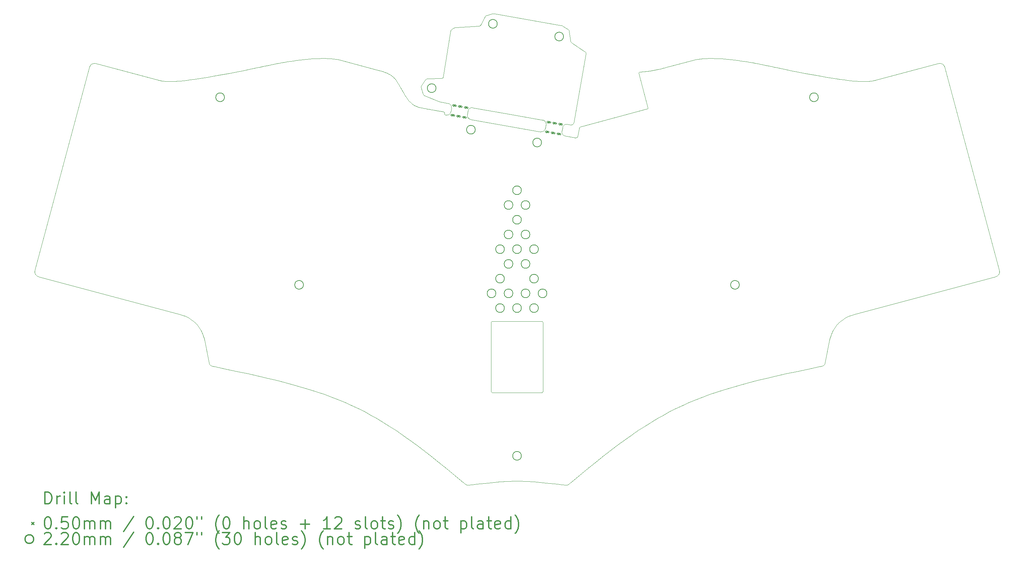
<source format=gbr>
%FSLAX45Y45*%
G04 Gerber Fmt 4.5, Leading zero omitted, Abs format (unit mm)*
G04 Created by KiCad (PCBNEW (5.1.9)-1) date 2021-07-06 13:23:29*
%MOMM*%
%LPD*%
G01*
G04 APERTURE LIST*
%TA.AperFunction,Profile*%
%ADD10C,0.100000*%
%TD*%
%ADD11C,0.200000*%
%ADD12C,0.300000*%
G04 APERTURE END LIST*
D10*
X15919000Y-7403000D02*
X15680500Y-7360500D01*
X12555248Y-6505230D02*
X12730000Y-6536450D01*
X12730000Y-6536450D02*
G75*
G02*
X12810550Y-6653000I-18000J-98550D01*
G01*
X12810550Y-6653000D02*
X12792550Y-6752000D01*
X13229000Y-6725000D02*
X13211000Y-6824000D01*
X13229000Y-6725000D02*
G75*
G02*
X13345550Y-6644450I98550J-18000D01*
G01*
X13291500Y-6940500D02*
G75*
G02*
X13211000Y-6824000I18000J98500D01*
G01*
X12792550Y-6752000D02*
G75*
G02*
X12676000Y-6832550I-98550J18000D01*
G01*
X15199550Y-7073000D02*
X15181550Y-7172000D01*
X15618000Y-7145000D02*
X15600000Y-7244000D01*
X15618000Y-7145000D02*
G75*
G02*
X15734550Y-7064450I98550J-18000D01*
G01*
X15119000Y-6956450D02*
G75*
G02*
X15199550Y-7073000I-18000J-98550D01*
G01*
X14222984Y-6799278D02*
X15119000Y-6956450D01*
X13831000Y-13850000D02*
G75*
G02*
X13811000Y-13830000I0J20000D01*
G01*
X13811000Y-12070000D02*
G75*
G02*
X13831000Y-12050000I20000J0D01*
G01*
X15101000Y-12050000D02*
G75*
G02*
X15121000Y-12070000I0J-20000D01*
G01*
X15121000Y-13830000D02*
G75*
G02*
X15101000Y-13850000I-20000J0D01*
G01*
X13811000Y-13830000D02*
X13811000Y-12070000D01*
X15101000Y-13850000D02*
X13831000Y-13850000D01*
X15121000Y-12070000D02*
X15121000Y-13830000D01*
X13831000Y-12050000D02*
X15101000Y-12050000D01*
X17578000Y-5738500D02*
X17595435Y-5737713D01*
X17595435Y-5737713D02*
X17613053Y-5736758D01*
X17613053Y-5736758D02*
X17630857Y-5735634D01*
X17630857Y-5735634D02*
X17648848Y-5734339D01*
X17648848Y-5734339D02*
X17667027Y-5732872D01*
X17667027Y-5732872D02*
X17685398Y-5731232D01*
X17685398Y-5731232D02*
X17703961Y-5729419D01*
X17703961Y-5729419D02*
X17722719Y-5727430D01*
X17722719Y-5727430D02*
X17741673Y-5725264D01*
X17741673Y-5725264D02*
X17760825Y-5722921D01*
X17760825Y-5722921D02*
X17780177Y-5720398D01*
X17780177Y-5720398D02*
X17799730Y-5717696D01*
X17799730Y-5717696D02*
X17819488Y-5714813D01*
X17819488Y-5714813D02*
X17839451Y-5711747D01*
X17839451Y-5711747D02*
X17859621Y-5708497D01*
X17859621Y-5708497D02*
X17880000Y-5705062D01*
X17880000Y-5705062D02*
X17900590Y-5701442D01*
X17900590Y-5701442D02*
X17921393Y-5697634D01*
X17921393Y-5697634D02*
X17942411Y-5693638D01*
X17942411Y-5693638D02*
X17963645Y-5689452D01*
X17963645Y-5689452D02*
X17985097Y-5685075D01*
X17985097Y-5685075D02*
X18006769Y-5680507D01*
X18006769Y-5680507D02*
X18028663Y-5675745D01*
X18028663Y-5675745D02*
X18050781Y-5670789D01*
X18050781Y-5670789D02*
X18073125Y-5665637D01*
X18073125Y-5665637D02*
X18095696Y-5660289D01*
X18095696Y-5660289D02*
X18118496Y-5654742D01*
X18118496Y-5654742D02*
X18141527Y-5648997D01*
X18141527Y-5648997D02*
X18164792Y-5643051D01*
X18164792Y-5643051D02*
X18188291Y-5636904D01*
X18188291Y-5636904D02*
X18212026Y-5630554D01*
X18212026Y-5630554D02*
X18236000Y-5624000D01*
X16095000Y-7121000D02*
X16082906Y-7124514D01*
X16082906Y-7124514D02*
X16072125Y-7128484D01*
X16072125Y-7128484D02*
X16062656Y-7133182D01*
X16062656Y-7133182D02*
X16052666Y-7140485D01*
X16052666Y-7140485D02*
X16044726Y-7149872D01*
X16044726Y-7149872D02*
X16039851Y-7159235D01*
X16039851Y-7159235D02*
X16036289Y-7170537D01*
X16036289Y-7170537D02*
X16035000Y-7177000D01*
X17757000Y-6676000D02*
X17767143Y-6672123D01*
X17767143Y-6672123D02*
X17774537Y-6664345D01*
X17774537Y-6664345D02*
X17775394Y-6653599D01*
X17775394Y-6653599D02*
X17774000Y-6647000D01*
X17578000Y-5738500D02*
X17567770Y-5739753D01*
X17567770Y-5739753D02*
X17558172Y-5743255D01*
X17558172Y-5743255D02*
X17549463Y-5750787D01*
X17549463Y-5750787D02*
X17545578Y-5760719D01*
X17545578Y-5760719D02*
X17545832Y-5771794D01*
X17545832Y-5771794D02*
X17547000Y-5777000D01*
X17774000Y-6647000D02*
X17547000Y-5777000D01*
X16095000Y-7121000D02*
X17757000Y-6676000D01*
X15734550Y-7064450D02*
X15813255Y-7079545D01*
X15680500Y-7360500D02*
G75*
G02*
X15600000Y-7244000I18000J98500D01*
G01*
X15181550Y-7172000D02*
G75*
G02*
X15065000Y-7252550I-98550J18000D01*
G01*
X12676000Y-6832550D02*
X12660000Y-6829000D01*
X13899561Y-4265389D02*
X13889511Y-4264260D01*
X13889511Y-4264260D02*
X13879184Y-4263666D01*
X13879184Y-4263666D02*
X13868773Y-4263630D01*
X13868773Y-4263630D02*
X13858470Y-4264176D01*
X13858470Y-4264176D02*
X13848470Y-4265325D01*
X13848470Y-4265325D02*
X13837140Y-4267534D01*
X13837140Y-4267534D02*
X13835345Y-4267992D01*
X12930950Y-4615571D02*
X12920924Y-4616158D01*
X12920924Y-4616158D02*
X12909433Y-4617005D01*
X12909433Y-4617005D02*
X12897591Y-4618302D01*
X12897591Y-4618302D02*
X12886174Y-4620448D01*
X12886174Y-4620448D02*
X12875205Y-4624171D01*
X12875205Y-4624171D02*
X12864975Y-4629687D01*
X12557191Y-5900226D02*
X12567686Y-5899317D01*
X12567686Y-5899317D02*
X12577452Y-5896446D01*
X12577452Y-5896446D02*
X12587239Y-5890247D01*
X12587239Y-5890247D02*
X12593661Y-5882176D01*
X12593661Y-5882176D02*
X12597725Y-5871267D01*
X12597725Y-5871267D02*
X12598137Y-5869154D01*
X12809039Y-4666784D02*
X12800940Y-4673589D01*
X12800940Y-4673589D02*
X12794576Y-4682749D01*
X12794576Y-4682749D02*
X12789961Y-4693396D01*
X12789961Y-4693396D02*
X12786913Y-4704627D01*
X12786913Y-4704627D02*
X12786113Y-4708824D01*
X12205206Y-5908840D02*
X12195093Y-5910027D01*
X12195093Y-5910027D02*
X12185042Y-5912742D01*
X12185042Y-5912742D02*
X12175113Y-5917462D01*
X12175113Y-5917462D02*
X12165366Y-5924659D01*
X12165366Y-5924659D02*
X12157427Y-5932893D01*
X12157427Y-5932893D02*
X12152758Y-5938932D01*
X15786134Y-4718588D02*
X15784520Y-4708542D01*
X15784520Y-4708542D02*
X15782462Y-4697153D01*
X15782462Y-4697153D02*
X15778838Y-4687325D01*
X15778838Y-4687325D02*
X15771650Y-4678535D01*
X15771650Y-4678535D02*
X15763026Y-4671329D01*
X15763026Y-4671329D02*
X15756043Y-4666141D01*
X15816535Y-4948536D02*
X15818559Y-4959028D01*
X15818559Y-4959028D02*
X15821662Y-4969926D01*
X15821662Y-4969926D02*
X15826060Y-4979480D01*
X15826060Y-4979480D02*
X15832349Y-4988223D01*
X15832349Y-4988223D02*
X15839463Y-4995274D01*
X15839463Y-4995274D02*
X15846627Y-5000983D01*
X15813255Y-7079545D02*
X15823817Y-7080167D01*
X15823817Y-7080167D02*
X15834431Y-7079085D01*
X15834431Y-7079085D02*
X15844899Y-7076467D01*
X15844899Y-7076467D02*
X15855022Y-7072482D01*
X15855022Y-7072482D02*
X15864605Y-7067297D01*
X15864605Y-7067297D02*
X15873450Y-7061081D01*
X15873450Y-7061081D02*
X15881358Y-7054003D01*
X15881358Y-7054003D02*
X15888133Y-7046231D01*
X15888133Y-7046231D02*
X15895062Y-7035080D01*
X15895062Y-7035080D02*
X15899157Y-7023395D01*
X12487211Y-6484349D02*
X12496736Y-6488220D01*
X12496736Y-6488220D02*
X12507740Y-6492447D01*
X12507740Y-6492447D02*
X12519295Y-6496474D01*
X12519295Y-6496474D02*
X12529090Y-6499424D01*
X12529090Y-6499424D02*
X12539553Y-6502023D01*
X12539553Y-6502023D02*
X12549805Y-6504155D01*
X12549805Y-6504155D02*
X12555248Y-6505230D01*
X12049517Y-6087112D02*
X12044263Y-6096116D01*
X12044263Y-6096116D02*
X12040149Y-6106424D01*
X12040149Y-6106424D02*
X12038591Y-6117561D01*
X12038591Y-6117561D02*
X12039768Y-6128646D01*
X12039768Y-6128646D02*
X12040596Y-6132128D01*
X12093887Y-6299035D02*
X12097770Y-6309237D01*
X12097770Y-6309237D02*
X12102973Y-6319061D01*
X12102973Y-6319061D02*
X12110344Y-6327938D01*
X12110344Y-6327938D02*
X12119776Y-6334926D01*
X12119776Y-6334926D02*
X12130025Y-6340128D01*
X12130025Y-6340128D02*
X12131960Y-6340969D01*
X13491890Y-4580592D02*
X13504053Y-4579735D01*
X13504053Y-4579735D02*
X13515505Y-4578293D01*
X13515505Y-4578293D02*
X13525955Y-4574488D01*
X13525955Y-4574488D02*
X13533704Y-4568004D01*
X13533704Y-4568004D02*
X13540168Y-4559389D01*
X13540168Y-4559389D02*
X13544341Y-4552501D01*
X13704413Y-4307221D02*
X13693396Y-4310393D01*
X13693396Y-4310393D02*
X13682786Y-4314389D01*
X13682786Y-4314389D02*
X13672960Y-4320512D01*
X13672960Y-4320512D02*
X13665777Y-4328101D01*
X13665777Y-4328101D02*
X13660033Y-4336801D01*
X13660033Y-4336801D02*
X13656476Y-4343305D01*
X15622887Y-4576873D02*
X15612931Y-4571312D01*
X15612931Y-4571312D02*
X15603305Y-4567339D01*
X15603305Y-4567339D02*
X15592835Y-4564391D01*
X15592835Y-4564391D02*
X15582301Y-4562252D01*
X15582301Y-4562252D02*
X15571858Y-4560471D01*
X13656476Y-4343305D02*
X13544341Y-4552501D01*
X12864975Y-4629687D02*
X12809039Y-4666784D01*
X15756043Y-4666141D02*
X15622887Y-4576873D01*
X15571858Y-4560471D02*
X13899561Y-4265389D01*
X12131960Y-6340969D02*
X12487211Y-6484349D01*
X13835345Y-4267992D02*
X13704413Y-4307221D01*
X16172015Y-5222916D02*
X15846627Y-5000983D01*
X13491890Y-4580592D02*
X12930950Y-4615571D01*
X15899157Y-7023395D02*
X16207137Y-5292855D01*
X13345550Y-6644450D02*
X14222984Y-6799278D01*
X12786113Y-4708824D02*
X12598137Y-5869154D01*
X15816535Y-4948536D02*
X15786134Y-4718588D01*
X12093887Y-6299035D02*
X12040596Y-6132128D01*
X12557191Y-5900226D02*
X12205206Y-5908840D01*
X12152758Y-5938932D02*
X12049517Y-6087112D01*
X16207137Y-5292855D02*
X16208483Y-5280821D01*
X16208483Y-5280821D02*
X16208661Y-5270664D01*
X16208661Y-5270664D02*
X16206881Y-5259895D01*
X16206881Y-5259895D02*
X16202449Y-5250411D01*
X16202449Y-5250411D02*
X16194904Y-5241300D01*
X16194904Y-5241300D02*
X16186319Y-5233663D01*
X16186319Y-5233663D02*
X16178239Y-5227426D01*
X16178239Y-5227426D02*
X16172015Y-5222916D01*
X16035000Y-7177000D02*
X16005000Y-7350000D01*
X15065000Y-7252550D02*
X13291500Y-6940500D01*
X15919000Y-7403000D02*
X15933201Y-7404979D01*
X15933201Y-7404979D02*
X15946017Y-7405336D01*
X15946017Y-7405336D02*
X15957489Y-7404133D01*
X15957489Y-7404133D02*
X15967656Y-7401435D01*
X15967656Y-7401435D02*
X15979250Y-7395625D01*
X15979250Y-7395625D02*
X15988687Y-7387424D01*
X15988687Y-7387424D02*
X15996062Y-7376984D01*
X15996062Y-7376984D02*
X16000297Y-7367777D01*
X16000297Y-7367777D02*
X16003463Y-7357462D01*
X16003463Y-7357462D02*
X16005000Y-7350000D01*
X12660000Y-6829000D02*
X12648615Y-6823754D01*
X12648615Y-6823754D02*
X12641297Y-6814219D01*
X12641297Y-6814219D02*
X12636674Y-6801824D01*
X12636674Y-6801824D02*
X12634150Y-6791512D01*
X12634150Y-6791512D02*
X12631794Y-6780998D01*
X12631794Y-6780998D02*
X12629025Y-6770887D01*
X12629025Y-6770887D02*
X12623692Y-6759073D01*
X12623692Y-6759073D02*
X12615228Y-6750477D01*
X12615228Y-6750477D02*
X12606000Y-6747000D01*
X10020000Y-5442500D02*
X10957500Y-5694000D01*
X18912500Y-5442500D02*
X18236000Y-5624000D01*
X23537500Y-5945000D02*
X25099500Y-5527000D01*
X20999500Y-5624000D02*
X21199555Y-5666006D01*
X21199555Y-5666006D02*
X21388300Y-5704729D01*
X21388300Y-5704729D02*
X21566085Y-5740292D01*
X21566085Y-5740292D02*
X21733264Y-5772816D01*
X21733264Y-5772816D02*
X21890188Y-5802424D01*
X21890188Y-5802424D02*
X22037209Y-5829238D01*
X22037209Y-5829238D02*
X22174680Y-5853379D01*
X22174680Y-5853379D02*
X22302953Y-5874969D01*
X22302953Y-5874969D02*
X22422380Y-5894130D01*
X22422380Y-5894130D02*
X22533312Y-5910985D01*
X22533312Y-5910985D02*
X22636103Y-5925655D01*
X22636103Y-5925655D02*
X22731103Y-5938262D01*
X22731103Y-5938262D02*
X22818666Y-5948928D01*
X22818666Y-5948928D02*
X22899144Y-5957775D01*
X22899144Y-5957775D02*
X22972888Y-5964925D01*
X22972888Y-5964925D02*
X23040250Y-5970500D01*
X23040250Y-5970500D02*
X23101583Y-5974622D01*
X23101583Y-5974622D02*
X23157239Y-5977412D01*
X23157239Y-5977412D02*
X23207570Y-5978994D01*
X23207570Y-5978994D02*
X23252928Y-5979488D01*
X23252928Y-5979488D02*
X23293665Y-5979017D01*
X23293665Y-5979017D02*
X23330133Y-5977703D01*
X23330133Y-5977703D02*
X23362685Y-5975667D01*
X23362685Y-5975667D02*
X23391672Y-5973031D01*
X23391672Y-5973031D02*
X23417447Y-5969918D01*
X23417447Y-5969918D02*
X23440361Y-5966450D01*
X23440361Y-5966450D02*
X23460767Y-5962747D01*
X23460767Y-5962747D02*
X23479017Y-5958933D01*
X23479017Y-5958933D02*
X23495464Y-5955130D01*
X23495464Y-5955130D02*
X23510458Y-5951458D01*
X23510458Y-5951458D02*
X23524353Y-5948041D01*
X23524353Y-5948041D02*
X23537500Y-5945000D01*
X18912500Y-5442500D02*
X18972749Y-5428868D01*
X18972749Y-5428868D02*
X19036474Y-5417792D01*
X19036474Y-5417792D02*
X19103359Y-5409140D01*
X19103359Y-5409140D02*
X19173088Y-5402782D01*
X19173088Y-5402782D02*
X19245346Y-5398587D01*
X19245346Y-5398587D02*
X19319818Y-5396422D01*
X19319818Y-5396422D02*
X19396188Y-5396158D01*
X19396188Y-5396158D02*
X19474141Y-5397664D01*
X19474141Y-5397664D02*
X19553360Y-5400808D01*
X19553360Y-5400808D02*
X19633531Y-5405460D01*
X19633531Y-5405460D02*
X19714339Y-5411487D01*
X19714339Y-5411487D02*
X19795467Y-5418761D01*
X19795467Y-5418761D02*
X19876600Y-5427148D01*
X19876600Y-5427148D02*
X19957423Y-5436519D01*
X19957423Y-5436519D02*
X20037619Y-5446743D01*
X20037619Y-5446743D02*
X20116875Y-5457688D01*
X20116875Y-5457688D02*
X20194874Y-5469223D01*
X20194874Y-5469223D02*
X20271300Y-5481217D01*
X20271300Y-5481217D02*
X20345839Y-5493540D01*
X20345839Y-5493540D02*
X20418174Y-5506060D01*
X20418174Y-5506060D02*
X20487990Y-5518646D01*
X20487990Y-5518646D02*
X20554972Y-5531167D01*
X20554972Y-5531167D02*
X20618805Y-5543493D01*
X20618805Y-5543493D02*
X20679172Y-5555492D01*
X20679172Y-5555492D02*
X20735758Y-5567033D01*
X20735758Y-5567033D02*
X20788248Y-5577986D01*
X20788248Y-5577986D02*
X20836327Y-5588219D01*
X20836327Y-5588219D02*
X20879678Y-5597600D01*
X20879678Y-5597600D02*
X20917986Y-5606001D01*
X20917986Y-5606001D02*
X20950936Y-5613288D01*
X20950936Y-5613288D02*
X20978213Y-5619331D01*
X20978213Y-5619331D02*
X20999500Y-5624000D01*
X7933000Y-5624000D02*
X7732923Y-5666006D01*
X7732923Y-5666006D02*
X7544118Y-5704729D01*
X7544118Y-5704729D02*
X7366236Y-5740292D01*
X7366236Y-5740292D02*
X7198929Y-5772816D01*
X7198929Y-5772816D02*
X7041849Y-5802424D01*
X7041849Y-5802424D02*
X6894648Y-5829238D01*
X6894648Y-5829238D02*
X6756978Y-5853379D01*
X6756978Y-5853379D02*
X6628492Y-5874969D01*
X6628492Y-5874969D02*
X6508841Y-5894130D01*
X6508841Y-5894130D02*
X6397677Y-5910985D01*
X6397677Y-5910985D02*
X6294652Y-5925655D01*
X6294652Y-5925655D02*
X6199419Y-5938262D01*
X6199419Y-5938262D02*
X6111629Y-5948928D01*
X6111629Y-5948928D02*
X6030934Y-5957775D01*
X6030934Y-5957775D02*
X5956986Y-5964925D01*
X5956986Y-5964925D02*
X5889437Y-5970500D01*
X5889437Y-5970500D02*
X5827940Y-5974622D01*
X5827940Y-5974622D02*
X5772146Y-5977412D01*
X5772146Y-5977412D02*
X5721708Y-5978994D01*
X5721708Y-5978994D02*
X5676276Y-5979488D01*
X5676276Y-5979488D02*
X5635504Y-5979017D01*
X5635504Y-5979017D02*
X5599043Y-5977703D01*
X5599043Y-5977703D02*
X5566546Y-5975667D01*
X5566546Y-5975667D02*
X5537664Y-5973031D01*
X5537664Y-5973031D02*
X5512049Y-5969918D01*
X5512049Y-5969918D02*
X5489354Y-5966450D01*
X5489354Y-5966450D02*
X5469230Y-5962747D01*
X5469230Y-5962747D02*
X5451329Y-5958933D01*
X5451329Y-5958933D02*
X5435304Y-5955130D01*
X5435304Y-5955130D02*
X5420806Y-5951458D01*
X5420806Y-5951458D02*
X5407487Y-5948041D01*
X5407487Y-5948041D02*
X5395000Y-5945000D01*
X5395000Y-5945000D02*
X3833000Y-5527000D01*
X10020000Y-5442500D02*
X9959751Y-5428868D01*
X9959751Y-5428868D02*
X9896026Y-5417792D01*
X9896026Y-5417792D02*
X9829141Y-5409140D01*
X9829141Y-5409140D02*
X9759412Y-5402782D01*
X9759412Y-5402782D02*
X9687154Y-5398587D01*
X9687154Y-5398587D02*
X9612682Y-5396422D01*
X9612682Y-5396422D02*
X9536312Y-5396158D01*
X9536312Y-5396158D02*
X9458359Y-5397664D01*
X9458359Y-5397664D02*
X9379140Y-5400808D01*
X9379140Y-5400808D02*
X9298969Y-5405460D01*
X9298969Y-5405460D02*
X9218161Y-5411487D01*
X9218161Y-5411487D02*
X9137033Y-5418761D01*
X9137033Y-5418761D02*
X9055900Y-5427148D01*
X9055900Y-5427148D02*
X8975077Y-5436519D01*
X8975077Y-5436519D02*
X8894881Y-5446743D01*
X8894881Y-5446743D02*
X8815625Y-5457688D01*
X8815625Y-5457688D02*
X8737626Y-5469223D01*
X8737626Y-5469223D02*
X8661200Y-5481217D01*
X8661200Y-5481217D02*
X8586661Y-5493540D01*
X8586661Y-5493540D02*
X8514326Y-5506060D01*
X8514326Y-5506060D02*
X8444510Y-5518646D01*
X8444510Y-5518646D02*
X8377527Y-5531167D01*
X8377527Y-5531167D02*
X8313695Y-5543493D01*
X8313695Y-5543493D02*
X8253328Y-5555492D01*
X8253328Y-5555492D02*
X8196742Y-5567033D01*
X8196742Y-5567033D02*
X8144252Y-5577986D01*
X8144252Y-5577986D02*
X8096173Y-5588219D01*
X8096173Y-5588219D02*
X8052822Y-5597600D01*
X8052822Y-5597600D02*
X8014514Y-5606001D01*
X8014514Y-5606001D02*
X7981564Y-5613288D01*
X7981564Y-5613288D02*
X7954287Y-5619331D01*
X7954287Y-5619331D02*
X7933000Y-5624000D01*
X6678000Y-13091000D02*
X6681750Y-13105824D01*
X6681750Y-13105824D02*
X6686249Y-13118889D01*
X6686249Y-13118889D02*
X6691497Y-13130333D01*
X6691497Y-13130333D02*
X6697492Y-13140297D01*
X6697492Y-13140297D02*
X6704235Y-13148919D01*
X6704235Y-13148919D02*
X6711724Y-13156338D01*
X6711724Y-13156338D02*
X6719958Y-13162694D01*
X6719958Y-13162694D02*
X6728937Y-13168125D01*
X6728937Y-13168125D02*
X6738661Y-13172771D01*
X6738661Y-13172771D02*
X6749128Y-13176771D01*
X6749128Y-13176771D02*
X6760337Y-13180265D01*
X6760337Y-13180265D02*
X6772289Y-13183391D01*
X6772289Y-13183391D02*
X6784982Y-13186288D01*
X6784982Y-13186288D02*
X6798415Y-13189096D01*
X6798415Y-13189096D02*
X6812588Y-13191953D01*
X6812588Y-13191953D02*
X6827500Y-13195000D01*
X3660000Y-5610000D02*
X2278000Y-10755000D01*
X3833000Y-5527000D02*
X3822740Y-5524658D01*
X3822740Y-5524658D02*
X3811580Y-5522938D01*
X3811580Y-5522938D02*
X3799696Y-5521920D01*
X3799696Y-5521920D02*
X3787266Y-5521688D01*
X3787266Y-5521688D02*
X3774466Y-5522322D01*
X3774466Y-5522322D02*
X3761475Y-5523906D01*
X3761475Y-5523906D02*
X3748468Y-5526521D01*
X3748468Y-5526521D02*
X3735625Y-5530250D01*
X3735625Y-5530250D02*
X3723121Y-5535174D01*
X3723121Y-5535174D02*
X3711135Y-5541375D01*
X3711135Y-5541375D02*
X3699842Y-5548936D01*
X3699842Y-5548936D02*
X3689422Y-5557938D01*
X3689422Y-5557938D02*
X3680050Y-5568463D01*
X3680050Y-5568463D02*
X3671904Y-5580594D01*
X3671904Y-5580594D02*
X3665162Y-5594412D01*
X3665162Y-5594412D02*
X3660000Y-5610000D01*
X2278000Y-10755000D02*
X2274653Y-10774156D01*
X2274653Y-10774156D02*
X2273486Y-10791906D01*
X2273486Y-10791906D02*
X2274315Y-10808297D01*
X2274315Y-10808297D02*
X2276953Y-10823375D01*
X2276953Y-10823375D02*
X2281214Y-10837188D01*
X2281214Y-10837188D02*
X2286912Y-10849781D01*
X2286912Y-10849781D02*
X2293861Y-10861203D01*
X2293861Y-10861203D02*
X2301875Y-10871500D01*
X2301875Y-10871500D02*
X2310768Y-10880719D01*
X2310768Y-10880719D02*
X2320354Y-10888906D01*
X2320354Y-10888906D02*
X2330446Y-10896109D01*
X2330446Y-10896109D02*
X2340859Y-10902375D01*
X2340859Y-10902375D02*
X2351407Y-10907750D01*
X2351407Y-10907750D02*
X2361904Y-10912281D01*
X2361904Y-10912281D02*
X2372164Y-10916016D01*
X2372164Y-10916016D02*
X2382000Y-10919000D01*
X26654000Y-10755000D02*
X26657347Y-10774156D01*
X26657347Y-10774156D02*
X26658514Y-10791906D01*
X26658514Y-10791906D02*
X26657685Y-10808297D01*
X26657685Y-10808297D02*
X26655047Y-10823375D01*
X26655047Y-10823375D02*
X26650786Y-10837188D01*
X26650786Y-10837188D02*
X26645088Y-10849781D01*
X26645088Y-10849781D02*
X26638139Y-10861203D01*
X26638139Y-10861203D02*
X26630125Y-10871500D01*
X26630125Y-10871500D02*
X26621232Y-10880719D01*
X26621232Y-10880719D02*
X26611646Y-10888906D01*
X26611646Y-10888906D02*
X26601554Y-10896109D01*
X26601554Y-10896109D02*
X26591141Y-10902375D01*
X26591141Y-10902375D02*
X26580592Y-10907750D01*
X26580592Y-10907750D02*
X26570096Y-10912281D01*
X26570096Y-10912281D02*
X26559836Y-10916016D01*
X26559836Y-10916016D02*
X26550000Y-10919000D01*
X25272000Y-5610000D02*
X26654000Y-10755000D01*
X25099000Y-5527000D02*
X25109259Y-5524658D01*
X25109259Y-5524658D02*
X25120420Y-5522938D01*
X25120420Y-5522938D02*
X25132304Y-5521920D01*
X25132304Y-5521920D02*
X25144734Y-5521688D01*
X25144734Y-5521688D02*
X25157534Y-5522322D01*
X25157534Y-5522322D02*
X25170525Y-5523906D01*
X25170525Y-5523906D02*
X25183531Y-5526521D01*
X25183531Y-5526521D02*
X25196375Y-5530250D01*
X25196375Y-5530250D02*
X25208879Y-5535174D01*
X25208879Y-5535174D02*
X25220865Y-5541375D01*
X25220865Y-5541375D02*
X25232157Y-5548936D01*
X25232157Y-5548936D02*
X25242578Y-5557938D01*
X25242578Y-5557938D02*
X25251950Y-5568463D01*
X25251950Y-5568463D02*
X25260096Y-5580594D01*
X25260096Y-5580594D02*
X25266838Y-5594412D01*
X25266838Y-5594412D02*
X25272000Y-5610000D01*
X13223000Y-16191000D02*
X13336306Y-16178467D01*
X13336306Y-16178467D02*
X13442718Y-16166742D01*
X13442718Y-16166742D02*
X13542696Y-16155826D01*
X13542696Y-16155826D02*
X13636699Y-16145719D01*
X13636699Y-16145719D02*
X13725187Y-16136420D01*
X13725187Y-16136420D02*
X13808620Y-16127930D01*
X13808620Y-16127930D02*
X13887456Y-16120248D01*
X13887456Y-16120248D02*
X13962156Y-16113375D01*
X13962156Y-16113375D02*
X14033180Y-16107310D01*
X14033180Y-16107310D02*
X14100986Y-16102055D01*
X14100986Y-16102055D02*
X14166034Y-16097607D01*
X14166034Y-16097607D02*
X14228785Y-16093969D01*
X14228785Y-16093969D02*
X14289697Y-16091139D01*
X14289697Y-16091139D02*
X14349231Y-16089117D01*
X14349231Y-16089117D02*
X14407845Y-16087904D01*
X14407845Y-16087904D02*
X14466000Y-16087500D01*
X14466000Y-16087500D02*
X14524155Y-16087904D01*
X14524155Y-16087904D02*
X14582769Y-16089117D01*
X14582769Y-16089117D02*
X14642302Y-16091139D01*
X14642302Y-16091139D02*
X14703215Y-16093969D01*
X14703215Y-16093969D02*
X14765965Y-16097607D01*
X14765965Y-16097607D02*
X14831014Y-16102055D01*
X14831014Y-16102055D02*
X14898820Y-16107310D01*
X14898820Y-16107310D02*
X14969844Y-16113375D01*
X14969844Y-16113375D02*
X15044544Y-16120248D01*
X15044544Y-16120248D02*
X15123380Y-16127930D01*
X15123380Y-16127930D02*
X15206813Y-16136420D01*
X15206813Y-16136420D02*
X15295301Y-16145719D01*
X15295301Y-16145719D02*
X15389304Y-16155826D01*
X15389304Y-16155826D02*
X15489282Y-16166742D01*
X15489282Y-16166742D02*
X15595694Y-16178467D01*
X15595694Y-16178467D02*
X15709000Y-16191000D01*
X15709000Y-16191000D02*
X15719326Y-16191298D01*
X15719326Y-16191298D02*
X15729595Y-16189482D01*
X15729595Y-16189482D02*
X15739959Y-16185704D01*
X15739959Y-16185704D02*
X15750572Y-16180119D01*
X15750572Y-16180119D02*
X15761587Y-16172879D01*
X15761587Y-16172879D02*
X15773158Y-16164138D01*
X15773158Y-16164138D02*
X15781256Y-16157553D01*
X15781256Y-16157553D02*
X15789714Y-16150413D01*
X15789714Y-16150413D02*
X15798578Y-16142766D01*
X15798578Y-16142766D02*
X15807893Y-16134655D01*
X15807893Y-16134655D02*
X15817705Y-16126127D01*
X15817705Y-16126127D02*
X15828059Y-16117227D01*
X15828059Y-16117227D02*
X15839000Y-16108000D01*
X6567000Y-12532000D02*
X6559496Y-12497127D01*
X6559496Y-12497127D02*
X6550882Y-12463196D01*
X6550882Y-12463196D02*
X6541189Y-12430203D01*
X6541189Y-12430203D02*
X6530449Y-12398146D01*
X6530449Y-12398146D02*
X6518694Y-12367024D01*
X6518694Y-12367024D02*
X6505955Y-12336832D01*
X6505955Y-12336832D02*
X6492266Y-12307570D01*
X6492266Y-12307570D02*
X6477656Y-12279234D01*
X6477656Y-12279234D02*
X6462159Y-12251823D01*
X6462159Y-12251823D02*
X6445806Y-12225334D01*
X6445806Y-12225334D02*
X6428629Y-12199764D01*
X6428629Y-12199764D02*
X6410660Y-12175111D01*
X6410660Y-12175111D02*
X6391931Y-12151373D01*
X6391931Y-12151373D02*
X6372473Y-12128548D01*
X6372473Y-12128548D02*
X6352319Y-12106633D01*
X6352319Y-12106633D02*
X6331500Y-12085625D01*
X6331500Y-12085625D02*
X6310048Y-12065522D01*
X6310048Y-12065522D02*
X6287996Y-12046323D01*
X6287996Y-12046323D02*
X6265374Y-12028024D01*
X6265374Y-12028024D02*
X6242215Y-12010623D01*
X6242215Y-12010623D02*
X6218550Y-11994118D01*
X6218550Y-11994118D02*
X6194412Y-11978506D01*
X6194412Y-11978506D02*
X6169833Y-11963785D01*
X6169833Y-11963785D02*
X6144844Y-11949953D01*
X6144844Y-11949953D02*
X6119476Y-11937007D01*
X6119476Y-11937007D02*
X6093763Y-11924945D01*
X6093763Y-11924945D02*
X6067736Y-11913764D01*
X6067736Y-11913764D02*
X6041426Y-11903463D01*
X6041426Y-11903463D02*
X6014865Y-11894038D01*
X6014865Y-11894038D02*
X5988086Y-11885487D01*
X5988086Y-11885487D02*
X5961121Y-11877809D01*
X5961121Y-11877809D02*
X5934000Y-11871000D01*
X6567000Y-12532000D02*
X6678000Y-13091000D01*
X22254000Y-13091000D02*
X22250250Y-13105824D01*
X22250250Y-13105824D02*
X22245751Y-13118889D01*
X22245751Y-13118889D02*
X22240503Y-13130333D01*
X22240503Y-13130333D02*
X22234508Y-13140297D01*
X22234508Y-13140297D02*
X22227765Y-13148919D01*
X22227765Y-13148919D02*
X22220276Y-13156338D01*
X22220276Y-13156338D02*
X22212042Y-13162694D01*
X22212042Y-13162694D02*
X22203063Y-13168125D01*
X22203063Y-13168125D02*
X22193339Y-13172771D01*
X22193339Y-13172771D02*
X22182872Y-13176771D01*
X22182872Y-13176771D02*
X22171662Y-13180265D01*
X22171662Y-13180265D02*
X22159711Y-13183391D01*
X22159711Y-13183391D02*
X22147018Y-13186288D01*
X22147018Y-13186288D02*
X22133585Y-13189096D01*
X22133585Y-13189096D02*
X22119412Y-13191953D01*
X22119412Y-13191953D02*
X22104500Y-13195000D01*
X22365000Y-12532000D02*
X22372503Y-12497127D01*
X22372503Y-12497127D02*
X22381118Y-12463196D01*
X22381118Y-12463196D02*
X22390811Y-12430203D01*
X22390811Y-12430203D02*
X22401551Y-12398146D01*
X22401551Y-12398146D02*
X22413306Y-12367024D01*
X22413306Y-12367024D02*
X22426044Y-12336832D01*
X22426044Y-12336832D02*
X22439734Y-12307570D01*
X22439734Y-12307570D02*
X22454344Y-12279234D01*
X22454344Y-12279234D02*
X22469841Y-12251823D01*
X22469841Y-12251823D02*
X22486194Y-12225334D01*
X22486194Y-12225334D02*
X22503371Y-12199764D01*
X22503371Y-12199764D02*
X22521340Y-12175111D01*
X22521340Y-12175111D02*
X22540069Y-12151373D01*
X22540069Y-12151373D02*
X22559527Y-12128548D01*
X22559527Y-12128548D02*
X22579681Y-12106633D01*
X22579681Y-12106633D02*
X22600500Y-12085625D01*
X22600500Y-12085625D02*
X22621952Y-12065522D01*
X22621952Y-12065522D02*
X22644004Y-12046323D01*
X22644004Y-12046323D02*
X22666626Y-12028024D01*
X22666626Y-12028024D02*
X22689785Y-12010623D01*
X22689785Y-12010623D02*
X22713449Y-11994118D01*
X22713449Y-11994118D02*
X22737587Y-11978506D01*
X22737587Y-11978506D02*
X22762167Y-11963785D01*
X22762167Y-11963785D02*
X22787156Y-11949953D01*
X22787156Y-11949953D02*
X22812523Y-11937007D01*
X22812523Y-11937007D02*
X22838237Y-11924945D01*
X22838237Y-11924945D02*
X22864264Y-11913764D01*
X22864264Y-11913764D02*
X22890574Y-11903463D01*
X22890574Y-11903463D02*
X22917134Y-11894038D01*
X22917134Y-11894038D02*
X22943913Y-11885487D01*
X22943913Y-11885487D02*
X22970879Y-11877809D01*
X22970879Y-11877809D02*
X22998000Y-11871000D01*
X22365000Y-12532000D02*
X22254000Y-13091000D01*
X13223000Y-16191000D02*
X13212674Y-16191298D01*
X13212674Y-16191298D02*
X13202405Y-16189482D01*
X13202405Y-16189482D02*
X13192041Y-16185704D01*
X13192041Y-16185704D02*
X13181428Y-16180119D01*
X13181428Y-16180119D02*
X13170412Y-16172879D01*
X13170412Y-16172879D02*
X13158842Y-16164138D01*
X13158842Y-16164138D02*
X13150744Y-16157553D01*
X13150744Y-16157553D02*
X13142286Y-16150413D01*
X13142286Y-16150413D02*
X13133422Y-16142766D01*
X13133422Y-16142766D02*
X13124107Y-16134655D01*
X13124107Y-16134655D02*
X13114295Y-16126127D01*
X13114295Y-16126127D02*
X13103941Y-16117227D01*
X13103941Y-16117227D02*
X13093000Y-16108000D01*
X26550000Y-10919000D02*
X22998000Y-11871000D01*
X22104500Y-13195000D02*
X21811846Y-13255910D01*
X21811846Y-13255910D02*
X21532917Y-13315132D01*
X21532917Y-13315132D02*
X21266966Y-13373030D01*
X21266966Y-13373030D02*
X21013244Y-13429967D01*
X21013244Y-13429967D02*
X20771005Y-13486305D01*
X20771005Y-13486305D02*
X20539500Y-13542407D01*
X20539500Y-13542407D02*
X20317982Y-13598638D01*
X20317982Y-13598638D02*
X20105703Y-13655359D01*
X20105703Y-13655359D02*
X19901916Y-13712935D01*
X19901916Y-13712935D02*
X19705873Y-13771727D01*
X19705873Y-13771727D02*
X19516827Y-13832100D01*
X19516827Y-13832100D02*
X19334029Y-13894416D01*
X19334029Y-13894416D02*
X19156733Y-13959038D01*
X19156733Y-13959038D02*
X18984190Y-14026330D01*
X18984190Y-14026330D02*
X18815653Y-14096655D01*
X18815653Y-14096655D02*
X18650375Y-14170375D01*
X18650375Y-14170375D02*
X18487607Y-14247854D01*
X18487607Y-14247854D02*
X18326603Y-14329455D01*
X18326603Y-14329455D02*
X18166614Y-14415541D01*
X18166614Y-14415541D02*
X18006893Y-14506475D01*
X18006893Y-14506475D02*
X17846692Y-14602620D01*
X17846692Y-14602620D02*
X17685263Y-14704339D01*
X17685263Y-14704339D02*
X17521860Y-14811996D01*
X17521860Y-14811996D02*
X17355734Y-14925953D01*
X17355734Y-14925953D02*
X17186138Y-15046574D01*
X17186138Y-15046574D02*
X17012324Y-15174221D01*
X17012324Y-15174221D02*
X16833545Y-15309259D01*
X16833545Y-15309259D02*
X16649053Y-15452049D01*
X16649053Y-15452049D02*
X16458100Y-15602955D01*
X16458100Y-15602955D02*
X16259938Y-15762340D01*
X16259938Y-15762340D02*
X16053821Y-15930567D01*
X16053821Y-15930567D02*
X15839000Y-16108000D01*
X11575000Y-6233000D02*
X11596531Y-6269569D01*
X11596531Y-6269569D02*
X11617303Y-6303775D01*
X11617303Y-6303775D02*
X11637394Y-6335711D01*
X11637394Y-6335711D02*
X11656881Y-6365469D01*
X11656881Y-6365469D02*
X11675843Y-6393140D01*
X11675843Y-6393140D02*
X11694358Y-6418818D01*
X11694358Y-6418818D02*
X11712504Y-6442595D01*
X11712504Y-6442595D02*
X11730359Y-6464562D01*
X11730359Y-6464562D02*
X11748002Y-6484813D01*
X11748002Y-6484813D02*
X11765511Y-6503439D01*
X11765511Y-6503439D02*
X11782964Y-6520533D01*
X11782964Y-6520533D02*
X11800439Y-6536187D01*
X11800439Y-6536187D02*
X11818015Y-6550494D01*
X11818015Y-6550494D02*
X11835769Y-6563545D01*
X11835769Y-6563545D02*
X11853779Y-6575433D01*
X11853779Y-6575433D02*
X11872125Y-6586250D01*
X11872125Y-6586250D02*
X11890884Y-6596089D01*
X11890884Y-6596089D02*
X11910133Y-6605041D01*
X11910133Y-6605041D02*
X11929953Y-6613199D01*
X11929953Y-6613199D02*
X11950420Y-6620656D01*
X11950420Y-6620656D02*
X11971613Y-6627504D01*
X11971613Y-6627504D02*
X11993610Y-6633834D01*
X11993610Y-6633834D02*
X12016489Y-6639739D01*
X12016489Y-6639739D02*
X12040328Y-6645312D01*
X12040328Y-6645312D02*
X12065206Y-6650645D01*
X12065206Y-6650645D02*
X12091201Y-6655830D01*
X12091201Y-6655830D02*
X12118391Y-6660959D01*
X12118391Y-6660959D02*
X12146853Y-6666125D01*
X12146853Y-6666125D02*
X12176668Y-6671420D01*
X12176668Y-6671420D02*
X12207911Y-6676935D01*
X12207911Y-6676935D02*
X12240663Y-6682765D01*
X12240663Y-6682765D02*
X12275000Y-6689000D01*
X11575000Y-6233000D02*
X11556953Y-6200893D01*
X11556953Y-6200893D02*
X11539869Y-6170345D01*
X11539869Y-6170345D02*
X11523642Y-6141300D01*
X11523642Y-6141300D02*
X11508169Y-6113699D01*
X11508169Y-6113699D02*
X11493345Y-6087486D01*
X11493345Y-6087486D02*
X11479066Y-6062602D01*
X11479066Y-6062602D02*
X11465228Y-6038990D01*
X11465228Y-6038990D02*
X11451726Y-6016594D01*
X11451726Y-6016594D02*
X11438457Y-5995354D01*
X11438457Y-5995354D02*
X11425315Y-5975214D01*
X11425315Y-5975214D02*
X11412198Y-5956117D01*
X11412198Y-5956117D02*
X11398999Y-5938004D01*
X11398999Y-5938004D02*
X11385615Y-5920818D01*
X11385615Y-5920818D02*
X11371943Y-5904502D01*
X11371943Y-5904502D02*
X11357876Y-5888999D01*
X11357876Y-5888999D02*
X11343312Y-5874250D01*
X11343312Y-5874250D02*
X11328146Y-5860198D01*
X11328146Y-5860198D02*
X11312274Y-5846787D01*
X11312274Y-5846787D02*
X11295591Y-5833957D01*
X11295591Y-5833957D02*
X11277993Y-5821652D01*
X11277993Y-5821652D02*
X11259376Y-5809815D01*
X11259376Y-5809815D02*
X11239636Y-5798387D01*
X11239636Y-5798387D02*
X11218667Y-5787312D01*
X11218667Y-5787312D02*
X11196367Y-5776531D01*
X11196367Y-5776531D02*
X11172631Y-5765988D01*
X11172631Y-5765988D02*
X11147354Y-5755624D01*
X11147354Y-5755624D02*
X11120432Y-5745383D01*
X11120432Y-5745383D02*
X11091761Y-5735207D01*
X11091761Y-5735207D02*
X11061236Y-5725038D01*
X11061236Y-5725038D02*
X11028754Y-5714819D01*
X11028754Y-5714819D02*
X10994210Y-5704492D01*
X10994210Y-5704492D02*
X10957500Y-5694000D01*
X2382000Y-10919000D02*
X5934000Y-11871000D01*
X12606000Y-6747000D02*
X12595899Y-6745230D01*
X12595899Y-6745230D02*
X12583807Y-6743111D01*
X12583807Y-6743111D02*
X12571908Y-6741026D01*
X12571908Y-6741026D02*
X12556372Y-6738304D01*
X12556372Y-6738304D02*
X12536715Y-6734859D01*
X12536715Y-6734859D02*
X12525189Y-6732840D01*
X12525189Y-6732840D02*
X12512452Y-6730608D01*
X12512452Y-6730608D02*
X12498441Y-6728153D01*
X12498441Y-6728153D02*
X12483097Y-6725464D01*
X12483097Y-6725464D02*
X12466359Y-6722531D01*
X12466359Y-6722531D02*
X12448167Y-6719343D01*
X12448167Y-6719343D02*
X12428459Y-6715890D01*
X12428459Y-6715890D02*
X12407176Y-6712161D01*
X12407176Y-6712161D02*
X12384256Y-6708144D01*
X12384256Y-6708144D02*
X12359639Y-6703831D01*
X12359639Y-6703831D02*
X12333264Y-6699209D01*
X12333264Y-6699209D02*
X12305072Y-6694269D01*
X12305072Y-6694269D02*
X12275000Y-6689000D01*
X6827500Y-13195000D02*
X7120154Y-13255910D01*
X7120154Y-13255910D02*
X7399083Y-13315132D01*
X7399083Y-13315132D02*
X7665034Y-13373030D01*
X7665034Y-13373030D02*
X7918756Y-13429967D01*
X7918756Y-13429967D02*
X8160995Y-13486305D01*
X8160995Y-13486305D02*
X8392500Y-13542407D01*
X8392500Y-13542407D02*
X8614018Y-13598638D01*
X8614018Y-13598638D02*
X8826297Y-13655359D01*
X8826297Y-13655359D02*
X9030084Y-13712935D01*
X9030084Y-13712935D02*
X9226127Y-13771727D01*
X9226127Y-13771727D02*
X9415173Y-13832100D01*
X9415173Y-13832100D02*
X9597971Y-13894416D01*
X9597971Y-13894416D02*
X9775267Y-13959038D01*
X9775267Y-13959038D02*
X9947810Y-14026330D01*
X9947810Y-14026330D02*
X10116347Y-14096655D01*
X10116347Y-14096655D02*
X10281625Y-14170375D01*
X10281625Y-14170375D02*
X10444393Y-14247854D01*
X10444393Y-14247854D02*
X10605397Y-14329455D01*
X10605397Y-14329455D02*
X10765386Y-14415541D01*
X10765386Y-14415541D02*
X10925107Y-14506475D01*
X10925107Y-14506475D02*
X11085308Y-14602620D01*
X11085308Y-14602620D02*
X11246736Y-14704339D01*
X11246736Y-14704339D02*
X11410140Y-14811996D01*
X11410140Y-14811996D02*
X11576266Y-14925953D01*
X11576266Y-14925953D02*
X11745862Y-15046574D01*
X11745862Y-15046574D02*
X11919675Y-15174221D01*
X11919675Y-15174221D02*
X12098455Y-15309259D01*
X12098455Y-15309259D02*
X12282947Y-15452049D01*
X12282947Y-15452049D02*
X12473900Y-15602955D01*
X12473900Y-15602955D02*
X12672062Y-15762340D01*
X12672062Y-15762340D02*
X12878179Y-15930567D01*
X12878179Y-15930567D02*
X13093000Y-16108000D01*
D11*
X12816046Y-6810349D02*
X12866046Y-6860349D01*
X12866046Y-6810349D02*
X12816046Y-6860349D01*
X12801511Y-6843609D02*
X12875372Y-6856633D01*
X12806720Y-6814065D02*
X12880581Y-6827088D01*
X12875372Y-6856633D02*
G75*
G03*
X12880581Y-6827088I2605J14772D01*
G01*
X12806720Y-6814065D02*
G75*
G03*
X12801511Y-6843609I-2605J-14772D01*
G01*
X12859458Y-6564147D02*
X12909458Y-6614147D01*
X12909458Y-6564147D02*
X12859458Y-6614147D01*
X12844923Y-6597407D02*
X12918784Y-6610431D01*
X12850132Y-6567863D02*
X12923993Y-6580886D01*
X12918784Y-6610431D02*
G75*
G03*
X12923993Y-6580886I2605J14772D01*
G01*
X12850132Y-6567863D02*
G75*
G03*
X12844923Y-6597407I-2605J-14772D01*
G01*
X12963767Y-6836396D02*
X13013767Y-6886396D01*
X13013767Y-6836396D02*
X12963767Y-6886396D01*
X12949232Y-6869656D02*
X13023093Y-6882680D01*
X12954442Y-6840112D02*
X13028302Y-6853136D01*
X13023093Y-6882680D02*
G75*
G03*
X13028302Y-6853136I2605J14772D01*
G01*
X12954442Y-6840112D02*
G75*
G03*
X12949232Y-6869656I-2605J-14772D01*
G01*
X13007179Y-6590194D02*
X13057179Y-6640194D01*
X13057179Y-6590194D02*
X13007179Y-6640194D01*
X12992644Y-6623454D02*
X13066505Y-6636478D01*
X12997854Y-6593910D02*
X13071714Y-6606934D01*
X13066505Y-6636478D02*
G75*
G03*
X13071714Y-6606934I2605J14772D01*
G01*
X12997854Y-6593910D02*
G75*
G03*
X12992644Y-6623454I-2605J-14772D01*
G01*
X13111488Y-6862443D02*
X13161488Y-6912443D01*
X13161488Y-6862443D02*
X13111488Y-6912443D01*
X13096953Y-6895703D02*
X13170814Y-6908727D01*
X13102163Y-6866159D02*
X13176023Y-6879183D01*
X13170814Y-6908727D02*
G75*
G03*
X13176023Y-6879183I2605J14772D01*
G01*
X13102163Y-6866159D02*
G75*
G03*
X13096953Y-6895703I-2605J-14772D01*
G01*
X13154900Y-6616241D02*
X13204900Y-6666241D01*
X13204900Y-6616241D02*
X13154900Y-6666241D01*
X13140365Y-6649502D02*
X13214226Y-6662525D01*
X13145575Y-6619957D02*
X13219435Y-6632981D01*
X13214226Y-6662525D02*
G75*
G03*
X13219435Y-6632981I2605J14772D01*
G01*
X13145575Y-6619957D02*
G75*
G03*
X13140365Y-6649502I-2605J-14772D01*
G01*
X15205046Y-7230349D02*
X15255046Y-7280349D01*
X15255046Y-7230349D02*
X15205046Y-7280349D01*
X15190511Y-7263609D02*
X15264372Y-7276633D01*
X15195720Y-7234065D02*
X15269581Y-7247088D01*
X15264372Y-7276633D02*
G75*
G03*
X15269581Y-7247088I2605J14772D01*
G01*
X15195720Y-7234065D02*
G75*
G03*
X15190511Y-7263609I-2605J-14772D01*
G01*
X15248458Y-6984147D02*
X15298458Y-7034147D01*
X15298458Y-6984147D02*
X15248458Y-7034147D01*
X15233923Y-7017407D02*
X15307784Y-7030431D01*
X15239132Y-6987863D02*
X15312993Y-7000886D01*
X15307784Y-7030431D02*
G75*
G03*
X15312993Y-7000886I2605J14772D01*
G01*
X15239132Y-6987863D02*
G75*
G03*
X15233923Y-7017407I-2605J-14772D01*
G01*
X15352767Y-7256396D02*
X15402767Y-7306396D01*
X15402767Y-7256396D02*
X15352767Y-7306396D01*
X15338232Y-7289656D02*
X15412093Y-7302680D01*
X15343442Y-7260112D02*
X15417302Y-7273136D01*
X15412093Y-7302680D02*
G75*
G03*
X15417302Y-7273136I2605J14772D01*
G01*
X15343442Y-7260112D02*
G75*
G03*
X15338232Y-7289656I-2605J-14772D01*
G01*
X15396179Y-7010194D02*
X15446179Y-7060194D01*
X15446179Y-7010194D02*
X15396179Y-7060194D01*
X15381644Y-7043454D02*
X15455505Y-7056478D01*
X15386854Y-7013910D02*
X15460714Y-7026934D01*
X15455505Y-7056478D02*
G75*
G03*
X15460714Y-7026934I2605J14772D01*
G01*
X15386854Y-7013910D02*
G75*
G03*
X15381644Y-7043454I-2605J-14772D01*
G01*
X15500488Y-7282443D02*
X15550488Y-7332443D01*
X15550488Y-7282443D02*
X15500488Y-7332443D01*
X15485953Y-7315703D02*
X15559814Y-7328727D01*
X15491163Y-7286159D02*
X15565023Y-7299183D01*
X15559814Y-7328727D02*
G75*
G03*
X15565023Y-7299183I2605J14772D01*
G01*
X15491163Y-7286159D02*
G75*
G03*
X15485953Y-7315703I-2605J-14772D01*
G01*
X15543900Y-7036241D02*
X15593900Y-7086241D01*
X15593900Y-7036241D02*
X15543900Y-7086241D01*
X15529365Y-7069502D02*
X15603226Y-7082525D01*
X15534575Y-7039957D02*
X15608435Y-7052981D01*
X15603226Y-7082525D02*
G75*
G03*
X15608435Y-7052981I2605J14772D01*
G01*
X15534575Y-7039957D02*
G75*
G03*
X15529365Y-7069502I-2605J-14772D01*
G01*
X7071000Y-6381000D02*
G75*
G03*
X7071000Y-6381000I-110000J0D01*
G01*
X9067000Y-11125000D02*
G75*
G03*
X9067000Y-11125000I-110000J0D01*
G01*
X12418626Y-6149660D02*
G75*
G03*
X12418626Y-6149660I-110000J0D01*
G01*
X13410000Y-7200000D02*
G75*
G03*
X13410000Y-7200000I-110000J0D01*
G01*
X13931000Y-11340400D02*
G75*
G03*
X13931000Y-11340400I-110000J0D01*
G01*
X13965788Y-4521957D02*
G75*
G03*
X13965788Y-4521957I-110000J0D01*
G01*
X14146000Y-10223100D02*
G75*
G03*
X14146000Y-10223100I-110000J0D01*
G01*
X14146000Y-10968000D02*
G75*
G03*
X14146000Y-10968000I-110000J0D01*
G01*
X14146000Y-11712800D02*
G75*
G03*
X14146000Y-11712800I-110000J0D01*
G01*
X14361000Y-9105800D02*
G75*
G03*
X14361000Y-9105800I-110000J0D01*
G01*
X14361000Y-9850700D02*
G75*
G03*
X14361000Y-9850700I-110000J0D01*
G01*
X14361000Y-10595500D02*
G75*
G03*
X14361000Y-10595500I-110000J0D01*
G01*
X14361000Y-11340400D02*
G75*
G03*
X14361000Y-11340400I-110000J0D01*
G01*
X14576000Y-8733400D02*
G75*
G03*
X14576000Y-8733400I-110000J0D01*
G01*
X14576000Y-9478200D02*
G75*
G03*
X14576000Y-9478200I-110000J0D01*
G01*
X14576000Y-10223100D02*
G75*
G03*
X14576000Y-10223100I-110000J0D01*
G01*
X14576000Y-11712800D02*
G75*
G03*
X14576000Y-11712800I-110000J0D01*
G01*
X14576000Y-15450000D02*
G75*
G03*
X14576000Y-15450000I-110000J0D01*
G01*
X14791000Y-9105800D02*
G75*
G03*
X14791000Y-9105800I-110000J0D01*
G01*
X14791000Y-9850700D02*
G75*
G03*
X14791000Y-9850700I-110000J0D01*
G01*
X14791000Y-10595500D02*
G75*
G03*
X14791000Y-10595500I-110000J0D01*
G01*
X14791000Y-11340400D02*
G75*
G03*
X14791000Y-11340400I-110000J0D01*
G01*
X15006000Y-10223100D02*
G75*
G03*
X15006000Y-10223100I-110000J0D01*
G01*
X15006000Y-10968000D02*
G75*
G03*
X15006000Y-10968000I-110000J0D01*
G01*
X15006000Y-11712800D02*
G75*
G03*
X15006000Y-11712800I-110000J0D01*
G01*
X15085000Y-7525000D02*
G75*
G03*
X15085000Y-7525000I-110000J0D01*
G01*
X15221000Y-11340400D02*
G75*
G03*
X15221000Y-11340400I-110000J0D01*
G01*
X15641353Y-4844033D02*
G75*
G03*
X15641353Y-4844033I-110000J0D01*
G01*
X20085000Y-11125000D02*
G75*
G03*
X20085000Y-11125000I-110000J0D01*
G01*
X22081000Y-6381000D02*
G75*
G03*
X22081000Y-6381000I-110000J0D01*
G01*
D12*
X2535428Y-16666714D02*
X2535428Y-16366714D01*
X2606857Y-16366714D01*
X2649714Y-16381000D01*
X2678286Y-16409571D01*
X2692571Y-16438143D01*
X2706857Y-16495286D01*
X2706857Y-16538143D01*
X2692571Y-16595286D01*
X2678286Y-16623857D01*
X2649714Y-16652429D01*
X2606857Y-16666714D01*
X2535428Y-16666714D01*
X2835428Y-16666714D02*
X2835428Y-16466714D01*
X2835428Y-16523857D02*
X2849714Y-16495286D01*
X2864000Y-16481000D01*
X2892571Y-16466714D01*
X2921143Y-16466714D01*
X3021143Y-16666714D02*
X3021143Y-16466714D01*
X3021143Y-16366714D02*
X3006857Y-16381000D01*
X3021143Y-16395286D01*
X3035428Y-16381000D01*
X3021143Y-16366714D01*
X3021143Y-16395286D01*
X3206857Y-16666714D02*
X3178286Y-16652429D01*
X3164000Y-16623857D01*
X3164000Y-16366714D01*
X3364000Y-16666714D02*
X3335428Y-16652429D01*
X3321143Y-16623857D01*
X3321143Y-16366714D01*
X3706857Y-16666714D02*
X3706857Y-16366714D01*
X3806857Y-16581000D01*
X3906857Y-16366714D01*
X3906857Y-16666714D01*
X4178286Y-16666714D02*
X4178286Y-16509571D01*
X4164000Y-16481000D01*
X4135428Y-16466714D01*
X4078286Y-16466714D01*
X4049714Y-16481000D01*
X4178286Y-16652429D02*
X4149714Y-16666714D01*
X4078286Y-16666714D01*
X4049714Y-16652429D01*
X4035428Y-16623857D01*
X4035428Y-16595286D01*
X4049714Y-16566714D01*
X4078286Y-16552429D01*
X4149714Y-16552429D01*
X4178286Y-16538143D01*
X4321143Y-16466714D02*
X4321143Y-16766714D01*
X4321143Y-16481000D02*
X4349714Y-16466714D01*
X4406857Y-16466714D01*
X4435428Y-16481000D01*
X4449714Y-16495286D01*
X4464000Y-16523857D01*
X4464000Y-16609571D01*
X4449714Y-16638143D01*
X4435428Y-16652429D01*
X4406857Y-16666714D01*
X4349714Y-16666714D01*
X4321143Y-16652429D01*
X4592571Y-16638143D02*
X4606857Y-16652429D01*
X4592571Y-16666714D01*
X4578286Y-16652429D01*
X4592571Y-16638143D01*
X4592571Y-16666714D01*
X4592571Y-16481000D02*
X4606857Y-16495286D01*
X4592571Y-16509571D01*
X4578286Y-16495286D01*
X4592571Y-16481000D01*
X4592571Y-16509571D01*
X2199000Y-17136000D02*
X2249000Y-17186000D01*
X2249000Y-17136000D02*
X2199000Y-17186000D01*
X2592571Y-16996714D02*
X2621143Y-16996714D01*
X2649714Y-17011000D01*
X2664000Y-17025286D01*
X2678286Y-17053857D01*
X2692571Y-17111000D01*
X2692571Y-17182429D01*
X2678286Y-17239572D01*
X2664000Y-17268143D01*
X2649714Y-17282429D01*
X2621143Y-17296714D01*
X2592571Y-17296714D01*
X2564000Y-17282429D01*
X2549714Y-17268143D01*
X2535428Y-17239572D01*
X2521143Y-17182429D01*
X2521143Y-17111000D01*
X2535428Y-17053857D01*
X2549714Y-17025286D01*
X2564000Y-17011000D01*
X2592571Y-16996714D01*
X2821143Y-17268143D02*
X2835428Y-17282429D01*
X2821143Y-17296714D01*
X2806857Y-17282429D01*
X2821143Y-17268143D01*
X2821143Y-17296714D01*
X3106857Y-16996714D02*
X2964000Y-16996714D01*
X2949714Y-17139572D01*
X2964000Y-17125286D01*
X2992571Y-17111000D01*
X3064000Y-17111000D01*
X3092571Y-17125286D01*
X3106857Y-17139572D01*
X3121143Y-17168143D01*
X3121143Y-17239572D01*
X3106857Y-17268143D01*
X3092571Y-17282429D01*
X3064000Y-17296714D01*
X2992571Y-17296714D01*
X2964000Y-17282429D01*
X2949714Y-17268143D01*
X3306857Y-16996714D02*
X3335428Y-16996714D01*
X3364000Y-17011000D01*
X3378286Y-17025286D01*
X3392571Y-17053857D01*
X3406857Y-17111000D01*
X3406857Y-17182429D01*
X3392571Y-17239572D01*
X3378286Y-17268143D01*
X3364000Y-17282429D01*
X3335428Y-17296714D01*
X3306857Y-17296714D01*
X3278286Y-17282429D01*
X3264000Y-17268143D01*
X3249714Y-17239572D01*
X3235428Y-17182429D01*
X3235428Y-17111000D01*
X3249714Y-17053857D01*
X3264000Y-17025286D01*
X3278286Y-17011000D01*
X3306857Y-16996714D01*
X3535428Y-17296714D02*
X3535428Y-17096714D01*
X3535428Y-17125286D02*
X3549714Y-17111000D01*
X3578286Y-17096714D01*
X3621143Y-17096714D01*
X3649714Y-17111000D01*
X3664000Y-17139572D01*
X3664000Y-17296714D01*
X3664000Y-17139572D02*
X3678286Y-17111000D01*
X3706857Y-17096714D01*
X3749714Y-17096714D01*
X3778286Y-17111000D01*
X3792571Y-17139572D01*
X3792571Y-17296714D01*
X3935428Y-17296714D02*
X3935428Y-17096714D01*
X3935428Y-17125286D02*
X3949714Y-17111000D01*
X3978286Y-17096714D01*
X4021143Y-17096714D01*
X4049714Y-17111000D01*
X4064000Y-17139572D01*
X4064000Y-17296714D01*
X4064000Y-17139572D02*
X4078286Y-17111000D01*
X4106857Y-17096714D01*
X4149714Y-17096714D01*
X4178286Y-17111000D01*
X4192571Y-17139572D01*
X4192571Y-17296714D01*
X4778286Y-16982429D02*
X4521143Y-17368143D01*
X5164000Y-16996714D02*
X5192571Y-16996714D01*
X5221143Y-17011000D01*
X5235428Y-17025286D01*
X5249714Y-17053857D01*
X5264000Y-17111000D01*
X5264000Y-17182429D01*
X5249714Y-17239572D01*
X5235428Y-17268143D01*
X5221143Y-17282429D01*
X5192571Y-17296714D01*
X5164000Y-17296714D01*
X5135428Y-17282429D01*
X5121143Y-17268143D01*
X5106857Y-17239572D01*
X5092571Y-17182429D01*
X5092571Y-17111000D01*
X5106857Y-17053857D01*
X5121143Y-17025286D01*
X5135428Y-17011000D01*
X5164000Y-16996714D01*
X5392571Y-17268143D02*
X5406857Y-17282429D01*
X5392571Y-17296714D01*
X5378286Y-17282429D01*
X5392571Y-17268143D01*
X5392571Y-17296714D01*
X5592571Y-16996714D02*
X5621143Y-16996714D01*
X5649714Y-17011000D01*
X5664000Y-17025286D01*
X5678286Y-17053857D01*
X5692571Y-17111000D01*
X5692571Y-17182429D01*
X5678286Y-17239572D01*
X5664000Y-17268143D01*
X5649714Y-17282429D01*
X5621143Y-17296714D01*
X5592571Y-17296714D01*
X5564000Y-17282429D01*
X5549714Y-17268143D01*
X5535428Y-17239572D01*
X5521143Y-17182429D01*
X5521143Y-17111000D01*
X5535428Y-17053857D01*
X5549714Y-17025286D01*
X5564000Y-17011000D01*
X5592571Y-16996714D01*
X5806857Y-17025286D02*
X5821143Y-17011000D01*
X5849714Y-16996714D01*
X5921143Y-16996714D01*
X5949714Y-17011000D01*
X5964000Y-17025286D01*
X5978286Y-17053857D01*
X5978286Y-17082429D01*
X5964000Y-17125286D01*
X5792571Y-17296714D01*
X5978286Y-17296714D01*
X6164000Y-16996714D02*
X6192571Y-16996714D01*
X6221143Y-17011000D01*
X6235428Y-17025286D01*
X6249714Y-17053857D01*
X6264000Y-17111000D01*
X6264000Y-17182429D01*
X6249714Y-17239572D01*
X6235428Y-17268143D01*
X6221143Y-17282429D01*
X6192571Y-17296714D01*
X6164000Y-17296714D01*
X6135428Y-17282429D01*
X6121143Y-17268143D01*
X6106857Y-17239572D01*
X6092571Y-17182429D01*
X6092571Y-17111000D01*
X6106857Y-17053857D01*
X6121143Y-17025286D01*
X6135428Y-17011000D01*
X6164000Y-16996714D01*
X6378286Y-16996714D02*
X6378286Y-17053857D01*
X6492571Y-16996714D02*
X6492571Y-17053857D01*
X6935428Y-17411000D02*
X6921143Y-17396714D01*
X6892571Y-17353857D01*
X6878286Y-17325286D01*
X6864000Y-17282429D01*
X6849714Y-17211000D01*
X6849714Y-17153857D01*
X6864000Y-17082429D01*
X6878286Y-17039572D01*
X6892571Y-17011000D01*
X6921143Y-16968143D01*
X6935428Y-16953857D01*
X7106857Y-16996714D02*
X7135428Y-16996714D01*
X7164000Y-17011000D01*
X7178286Y-17025286D01*
X7192571Y-17053857D01*
X7206857Y-17111000D01*
X7206857Y-17182429D01*
X7192571Y-17239572D01*
X7178286Y-17268143D01*
X7164000Y-17282429D01*
X7135428Y-17296714D01*
X7106857Y-17296714D01*
X7078286Y-17282429D01*
X7064000Y-17268143D01*
X7049714Y-17239572D01*
X7035428Y-17182429D01*
X7035428Y-17111000D01*
X7049714Y-17053857D01*
X7064000Y-17025286D01*
X7078286Y-17011000D01*
X7106857Y-16996714D01*
X7564000Y-17296714D02*
X7564000Y-16996714D01*
X7692571Y-17296714D02*
X7692571Y-17139572D01*
X7678286Y-17111000D01*
X7649714Y-17096714D01*
X7606857Y-17096714D01*
X7578286Y-17111000D01*
X7564000Y-17125286D01*
X7878286Y-17296714D02*
X7849714Y-17282429D01*
X7835428Y-17268143D01*
X7821143Y-17239572D01*
X7821143Y-17153857D01*
X7835428Y-17125286D01*
X7849714Y-17111000D01*
X7878286Y-17096714D01*
X7921143Y-17096714D01*
X7949714Y-17111000D01*
X7964000Y-17125286D01*
X7978286Y-17153857D01*
X7978286Y-17239572D01*
X7964000Y-17268143D01*
X7949714Y-17282429D01*
X7921143Y-17296714D01*
X7878286Y-17296714D01*
X8149714Y-17296714D02*
X8121143Y-17282429D01*
X8106857Y-17253857D01*
X8106857Y-16996714D01*
X8378286Y-17282429D02*
X8349714Y-17296714D01*
X8292571Y-17296714D01*
X8264000Y-17282429D01*
X8249714Y-17253857D01*
X8249714Y-17139572D01*
X8264000Y-17111000D01*
X8292571Y-17096714D01*
X8349714Y-17096714D01*
X8378286Y-17111000D01*
X8392571Y-17139572D01*
X8392571Y-17168143D01*
X8249714Y-17196714D01*
X8506857Y-17282429D02*
X8535428Y-17296714D01*
X8592571Y-17296714D01*
X8621143Y-17282429D01*
X8635428Y-17253857D01*
X8635428Y-17239572D01*
X8621143Y-17211000D01*
X8592571Y-17196714D01*
X8549714Y-17196714D01*
X8521143Y-17182429D01*
X8506857Y-17153857D01*
X8506857Y-17139572D01*
X8521143Y-17111000D01*
X8549714Y-17096714D01*
X8592571Y-17096714D01*
X8621143Y-17111000D01*
X8992571Y-17182429D02*
X9221143Y-17182429D01*
X9106857Y-17296714D02*
X9106857Y-17068143D01*
X9749714Y-17296714D02*
X9578286Y-17296714D01*
X9664000Y-17296714D02*
X9664000Y-16996714D01*
X9635428Y-17039572D01*
X9606857Y-17068143D01*
X9578286Y-17082429D01*
X9864000Y-17025286D02*
X9878286Y-17011000D01*
X9906857Y-16996714D01*
X9978286Y-16996714D01*
X10006857Y-17011000D01*
X10021143Y-17025286D01*
X10035428Y-17053857D01*
X10035428Y-17082429D01*
X10021143Y-17125286D01*
X9849714Y-17296714D01*
X10035428Y-17296714D01*
X10378286Y-17282429D02*
X10406857Y-17296714D01*
X10464000Y-17296714D01*
X10492571Y-17282429D01*
X10506857Y-17253857D01*
X10506857Y-17239572D01*
X10492571Y-17211000D01*
X10464000Y-17196714D01*
X10421143Y-17196714D01*
X10392571Y-17182429D01*
X10378286Y-17153857D01*
X10378286Y-17139572D01*
X10392571Y-17111000D01*
X10421143Y-17096714D01*
X10464000Y-17096714D01*
X10492571Y-17111000D01*
X10678286Y-17296714D02*
X10649714Y-17282429D01*
X10635428Y-17253857D01*
X10635428Y-16996714D01*
X10835428Y-17296714D02*
X10806857Y-17282429D01*
X10792571Y-17268143D01*
X10778286Y-17239572D01*
X10778286Y-17153857D01*
X10792571Y-17125286D01*
X10806857Y-17111000D01*
X10835428Y-17096714D01*
X10878286Y-17096714D01*
X10906857Y-17111000D01*
X10921143Y-17125286D01*
X10935428Y-17153857D01*
X10935428Y-17239572D01*
X10921143Y-17268143D01*
X10906857Y-17282429D01*
X10878286Y-17296714D01*
X10835428Y-17296714D01*
X11021143Y-17096714D02*
X11135428Y-17096714D01*
X11064000Y-16996714D02*
X11064000Y-17253857D01*
X11078286Y-17282429D01*
X11106857Y-17296714D01*
X11135428Y-17296714D01*
X11221143Y-17282429D02*
X11249714Y-17296714D01*
X11306857Y-17296714D01*
X11335428Y-17282429D01*
X11349714Y-17253857D01*
X11349714Y-17239572D01*
X11335428Y-17211000D01*
X11306857Y-17196714D01*
X11264000Y-17196714D01*
X11235428Y-17182429D01*
X11221143Y-17153857D01*
X11221143Y-17139572D01*
X11235428Y-17111000D01*
X11264000Y-17096714D01*
X11306857Y-17096714D01*
X11335428Y-17111000D01*
X11449714Y-17411000D02*
X11464000Y-17396714D01*
X11492571Y-17353857D01*
X11506857Y-17325286D01*
X11521143Y-17282429D01*
X11535428Y-17211000D01*
X11535428Y-17153857D01*
X11521143Y-17082429D01*
X11506857Y-17039572D01*
X11492571Y-17011000D01*
X11464000Y-16968143D01*
X11449714Y-16953857D01*
X11992571Y-17411000D02*
X11978286Y-17396714D01*
X11949714Y-17353857D01*
X11935428Y-17325286D01*
X11921143Y-17282429D01*
X11906857Y-17211000D01*
X11906857Y-17153857D01*
X11921143Y-17082429D01*
X11935428Y-17039572D01*
X11949714Y-17011000D01*
X11978286Y-16968143D01*
X11992571Y-16953857D01*
X12106857Y-17096714D02*
X12106857Y-17296714D01*
X12106857Y-17125286D02*
X12121143Y-17111000D01*
X12149714Y-17096714D01*
X12192571Y-17096714D01*
X12221143Y-17111000D01*
X12235428Y-17139572D01*
X12235428Y-17296714D01*
X12421143Y-17296714D02*
X12392571Y-17282429D01*
X12378286Y-17268143D01*
X12364000Y-17239572D01*
X12364000Y-17153857D01*
X12378286Y-17125286D01*
X12392571Y-17111000D01*
X12421143Y-17096714D01*
X12464000Y-17096714D01*
X12492571Y-17111000D01*
X12506857Y-17125286D01*
X12521143Y-17153857D01*
X12521143Y-17239572D01*
X12506857Y-17268143D01*
X12492571Y-17282429D01*
X12464000Y-17296714D01*
X12421143Y-17296714D01*
X12606857Y-17096714D02*
X12721143Y-17096714D01*
X12649714Y-16996714D02*
X12649714Y-17253857D01*
X12664000Y-17282429D01*
X12692571Y-17296714D01*
X12721143Y-17296714D01*
X13049714Y-17096714D02*
X13049714Y-17396714D01*
X13049714Y-17111000D02*
X13078286Y-17096714D01*
X13135428Y-17096714D01*
X13164000Y-17111000D01*
X13178286Y-17125286D01*
X13192571Y-17153857D01*
X13192571Y-17239572D01*
X13178286Y-17268143D01*
X13164000Y-17282429D01*
X13135428Y-17296714D01*
X13078286Y-17296714D01*
X13049714Y-17282429D01*
X13364000Y-17296714D02*
X13335428Y-17282429D01*
X13321143Y-17253857D01*
X13321143Y-16996714D01*
X13606857Y-17296714D02*
X13606857Y-17139572D01*
X13592571Y-17111000D01*
X13564000Y-17096714D01*
X13506857Y-17096714D01*
X13478286Y-17111000D01*
X13606857Y-17282429D02*
X13578286Y-17296714D01*
X13506857Y-17296714D01*
X13478286Y-17282429D01*
X13464000Y-17253857D01*
X13464000Y-17225286D01*
X13478286Y-17196714D01*
X13506857Y-17182429D01*
X13578286Y-17182429D01*
X13606857Y-17168143D01*
X13706857Y-17096714D02*
X13821143Y-17096714D01*
X13749714Y-16996714D02*
X13749714Y-17253857D01*
X13764000Y-17282429D01*
X13792571Y-17296714D01*
X13821143Y-17296714D01*
X14035428Y-17282429D02*
X14006857Y-17296714D01*
X13949714Y-17296714D01*
X13921143Y-17282429D01*
X13906857Y-17253857D01*
X13906857Y-17139572D01*
X13921143Y-17111000D01*
X13949714Y-17096714D01*
X14006857Y-17096714D01*
X14035428Y-17111000D01*
X14049714Y-17139572D01*
X14049714Y-17168143D01*
X13906857Y-17196714D01*
X14306857Y-17296714D02*
X14306857Y-16996714D01*
X14306857Y-17282429D02*
X14278286Y-17296714D01*
X14221143Y-17296714D01*
X14192571Y-17282429D01*
X14178286Y-17268143D01*
X14164000Y-17239572D01*
X14164000Y-17153857D01*
X14178286Y-17125286D01*
X14192571Y-17111000D01*
X14221143Y-17096714D01*
X14278286Y-17096714D01*
X14306857Y-17111000D01*
X14421143Y-17411000D02*
X14435428Y-17396714D01*
X14464000Y-17353857D01*
X14478286Y-17325286D01*
X14492571Y-17282429D01*
X14506857Y-17211000D01*
X14506857Y-17153857D01*
X14492571Y-17082429D01*
X14478286Y-17039572D01*
X14464000Y-17011000D01*
X14435428Y-16968143D01*
X14421143Y-16953857D01*
X2249000Y-17557000D02*
G75*
G03*
X2249000Y-17557000I-110000J0D01*
G01*
X2521143Y-17421286D02*
X2535428Y-17407000D01*
X2564000Y-17392714D01*
X2635428Y-17392714D01*
X2664000Y-17407000D01*
X2678286Y-17421286D01*
X2692571Y-17449857D01*
X2692571Y-17478429D01*
X2678286Y-17521286D01*
X2506857Y-17692714D01*
X2692571Y-17692714D01*
X2821143Y-17664143D02*
X2835428Y-17678429D01*
X2821143Y-17692714D01*
X2806857Y-17678429D01*
X2821143Y-17664143D01*
X2821143Y-17692714D01*
X2949714Y-17421286D02*
X2964000Y-17407000D01*
X2992571Y-17392714D01*
X3064000Y-17392714D01*
X3092571Y-17407000D01*
X3106857Y-17421286D01*
X3121143Y-17449857D01*
X3121143Y-17478429D01*
X3106857Y-17521286D01*
X2935428Y-17692714D01*
X3121143Y-17692714D01*
X3306857Y-17392714D02*
X3335428Y-17392714D01*
X3364000Y-17407000D01*
X3378286Y-17421286D01*
X3392571Y-17449857D01*
X3406857Y-17507000D01*
X3406857Y-17578429D01*
X3392571Y-17635572D01*
X3378286Y-17664143D01*
X3364000Y-17678429D01*
X3335428Y-17692714D01*
X3306857Y-17692714D01*
X3278286Y-17678429D01*
X3264000Y-17664143D01*
X3249714Y-17635572D01*
X3235428Y-17578429D01*
X3235428Y-17507000D01*
X3249714Y-17449857D01*
X3264000Y-17421286D01*
X3278286Y-17407000D01*
X3306857Y-17392714D01*
X3535428Y-17692714D02*
X3535428Y-17492714D01*
X3535428Y-17521286D02*
X3549714Y-17507000D01*
X3578286Y-17492714D01*
X3621143Y-17492714D01*
X3649714Y-17507000D01*
X3664000Y-17535572D01*
X3664000Y-17692714D01*
X3664000Y-17535572D02*
X3678286Y-17507000D01*
X3706857Y-17492714D01*
X3749714Y-17492714D01*
X3778286Y-17507000D01*
X3792571Y-17535572D01*
X3792571Y-17692714D01*
X3935428Y-17692714D02*
X3935428Y-17492714D01*
X3935428Y-17521286D02*
X3949714Y-17507000D01*
X3978286Y-17492714D01*
X4021143Y-17492714D01*
X4049714Y-17507000D01*
X4064000Y-17535572D01*
X4064000Y-17692714D01*
X4064000Y-17535572D02*
X4078286Y-17507000D01*
X4106857Y-17492714D01*
X4149714Y-17492714D01*
X4178286Y-17507000D01*
X4192571Y-17535572D01*
X4192571Y-17692714D01*
X4778286Y-17378429D02*
X4521143Y-17764143D01*
X5164000Y-17392714D02*
X5192571Y-17392714D01*
X5221143Y-17407000D01*
X5235428Y-17421286D01*
X5249714Y-17449857D01*
X5264000Y-17507000D01*
X5264000Y-17578429D01*
X5249714Y-17635572D01*
X5235428Y-17664143D01*
X5221143Y-17678429D01*
X5192571Y-17692714D01*
X5164000Y-17692714D01*
X5135428Y-17678429D01*
X5121143Y-17664143D01*
X5106857Y-17635572D01*
X5092571Y-17578429D01*
X5092571Y-17507000D01*
X5106857Y-17449857D01*
X5121143Y-17421286D01*
X5135428Y-17407000D01*
X5164000Y-17392714D01*
X5392571Y-17664143D02*
X5406857Y-17678429D01*
X5392571Y-17692714D01*
X5378286Y-17678429D01*
X5392571Y-17664143D01*
X5392571Y-17692714D01*
X5592571Y-17392714D02*
X5621143Y-17392714D01*
X5649714Y-17407000D01*
X5664000Y-17421286D01*
X5678286Y-17449857D01*
X5692571Y-17507000D01*
X5692571Y-17578429D01*
X5678286Y-17635572D01*
X5664000Y-17664143D01*
X5649714Y-17678429D01*
X5621143Y-17692714D01*
X5592571Y-17692714D01*
X5564000Y-17678429D01*
X5549714Y-17664143D01*
X5535428Y-17635572D01*
X5521143Y-17578429D01*
X5521143Y-17507000D01*
X5535428Y-17449857D01*
X5549714Y-17421286D01*
X5564000Y-17407000D01*
X5592571Y-17392714D01*
X5864000Y-17521286D02*
X5835428Y-17507000D01*
X5821143Y-17492714D01*
X5806857Y-17464143D01*
X5806857Y-17449857D01*
X5821143Y-17421286D01*
X5835428Y-17407000D01*
X5864000Y-17392714D01*
X5921143Y-17392714D01*
X5949714Y-17407000D01*
X5964000Y-17421286D01*
X5978286Y-17449857D01*
X5978286Y-17464143D01*
X5964000Y-17492714D01*
X5949714Y-17507000D01*
X5921143Y-17521286D01*
X5864000Y-17521286D01*
X5835428Y-17535572D01*
X5821143Y-17549857D01*
X5806857Y-17578429D01*
X5806857Y-17635572D01*
X5821143Y-17664143D01*
X5835428Y-17678429D01*
X5864000Y-17692714D01*
X5921143Y-17692714D01*
X5949714Y-17678429D01*
X5964000Y-17664143D01*
X5978286Y-17635572D01*
X5978286Y-17578429D01*
X5964000Y-17549857D01*
X5949714Y-17535572D01*
X5921143Y-17521286D01*
X6078286Y-17392714D02*
X6278286Y-17392714D01*
X6149714Y-17692714D01*
X6378286Y-17392714D02*
X6378286Y-17449857D01*
X6492571Y-17392714D02*
X6492571Y-17449857D01*
X6935428Y-17807000D02*
X6921143Y-17792714D01*
X6892571Y-17749857D01*
X6878286Y-17721286D01*
X6864000Y-17678429D01*
X6849714Y-17607000D01*
X6849714Y-17549857D01*
X6864000Y-17478429D01*
X6878286Y-17435572D01*
X6892571Y-17407000D01*
X6921143Y-17364143D01*
X6935428Y-17349857D01*
X7021143Y-17392714D02*
X7206857Y-17392714D01*
X7106857Y-17507000D01*
X7149714Y-17507000D01*
X7178286Y-17521286D01*
X7192571Y-17535572D01*
X7206857Y-17564143D01*
X7206857Y-17635572D01*
X7192571Y-17664143D01*
X7178286Y-17678429D01*
X7149714Y-17692714D01*
X7064000Y-17692714D01*
X7035428Y-17678429D01*
X7021143Y-17664143D01*
X7392571Y-17392714D02*
X7421143Y-17392714D01*
X7449714Y-17407000D01*
X7464000Y-17421286D01*
X7478286Y-17449857D01*
X7492571Y-17507000D01*
X7492571Y-17578429D01*
X7478286Y-17635572D01*
X7464000Y-17664143D01*
X7449714Y-17678429D01*
X7421143Y-17692714D01*
X7392571Y-17692714D01*
X7364000Y-17678429D01*
X7349714Y-17664143D01*
X7335428Y-17635572D01*
X7321143Y-17578429D01*
X7321143Y-17507000D01*
X7335428Y-17449857D01*
X7349714Y-17421286D01*
X7364000Y-17407000D01*
X7392571Y-17392714D01*
X7849714Y-17692714D02*
X7849714Y-17392714D01*
X7978286Y-17692714D02*
X7978286Y-17535572D01*
X7964000Y-17507000D01*
X7935428Y-17492714D01*
X7892571Y-17492714D01*
X7864000Y-17507000D01*
X7849714Y-17521286D01*
X8164000Y-17692714D02*
X8135428Y-17678429D01*
X8121143Y-17664143D01*
X8106857Y-17635572D01*
X8106857Y-17549857D01*
X8121143Y-17521286D01*
X8135428Y-17507000D01*
X8164000Y-17492714D01*
X8206857Y-17492714D01*
X8235428Y-17507000D01*
X8249714Y-17521286D01*
X8264000Y-17549857D01*
X8264000Y-17635572D01*
X8249714Y-17664143D01*
X8235428Y-17678429D01*
X8206857Y-17692714D01*
X8164000Y-17692714D01*
X8435428Y-17692714D02*
X8406857Y-17678429D01*
X8392571Y-17649857D01*
X8392571Y-17392714D01*
X8664000Y-17678429D02*
X8635428Y-17692714D01*
X8578286Y-17692714D01*
X8549714Y-17678429D01*
X8535428Y-17649857D01*
X8535428Y-17535572D01*
X8549714Y-17507000D01*
X8578286Y-17492714D01*
X8635428Y-17492714D01*
X8664000Y-17507000D01*
X8678286Y-17535572D01*
X8678286Y-17564143D01*
X8535428Y-17592714D01*
X8792571Y-17678429D02*
X8821143Y-17692714D01*
X8878286Y-17692714D01*
X8906857Y-17678429D01*
X8921143Y-17649857D01*
X8921143Y-17635572D01*
X8906857Y-17607000D01*
X8878286Y-17592714D01*
X8835428Y-17592714D01*
X8806857Y-17578429D01*
X8792571Y-17549857D01*
X8792571Y-17535572D01*
X8806857Y-17507000D01*
X8835428Y-17492714D01*
X8878286Y-17492714D01*
X8906857Y-17507000D01*
X9021143Y-17807000D02*
X9035428Y-17792714D01*
X9064000Y-17749857D01*
X9078286Y-17721286D01*
X9092571Y-17678429D01*
X9106857Y-17607000D01*
X9106857Y-17549857D01*
X9092571Y-17478429D01*
X9078286Y-17435572D01*
X9064000Y-17407000D01*
X9035428Y-17364143D01*
X9021143Y-17349857D01*
X9564000Y-17807000D02*
X9549714Y-17792714D01*
X9521143Y-17749857D01*
X9506857Y-17721286D01*
X9492571Y-17678429D01*
X9478286Y-17607000D01*
X9478286Y-17549857D01*
X9492571Y-17478429D01*
X9506857Y-17435572D01*
X9521143Y-17407000D01*
X9549714Y-17364143D01*
X9564000Y-17349857D01*
X9678286Y-17492714D02*
X9678286Y-17692714D01*
X9678286Y-17521286D02*
X9692571Y-17507000D01*
X9721143Y-17492714D01*
X9764000Y-17492714D01*
X9792571Y-17507000D01*
X9806857Y-17535572D01*
X9806857Y-17692714D01*
X9992571Y-17692714D02*
X9964000Y-17678429D01*
X9949714Y-17664143D01*
X9935428Y-17635572D01*
X9935428Y-17549857D01*
X9949714Y-17521286D01*
X9964000Y-17507000D01*
X9992571Y-17492714D01*
X10035428Y-17492714D01*
X10064000Y-17507000D01*
X10078286Y-17521286D01*
X10092571Y-17549857D01*
X10092571Y-17635572D01*
X10078286Y-17664143D01*
X10064000Y-17678429D01*
X10035428Y-17692714D01*
X9992571Y-17692714D01*
X10178286Y-17492714D02*
X10292571Y-17492714D01*
X10221143Y-17392714D02*
X10221143Y-17649857D01*
X10235428Y-17678429D01*
X10264000Y-17692714D01*
X10292571Y-17692714D01*
X10621143Y-17492714D02*
X10621143Y-17792714D01*
X10621143Y-17507000D02*
X10649714Y-17492714D01*
X10706857Y-17492714D01*
X10735428Y-17507000D01*
X10749714Y-17521286D01*
X10764000Y-17549857D01*
X10764000Y-17635572D01*
X10749714Y-17664143D01*
X10735428Y-17678429D01*
X10706857Y-17692714D01*
X10649714Y-17692714D01*
X10621143Y-17678429D01*
X10935428Y-17692714D02*
X10906857Y-17678429D01*
X10892571Y-17649857D01*
X10892571Y-17392714D01*
X11178286Y-17692714D02*
X11178286Y-17535572D01*
X11164000Y-17507000D01*
X11135428Y-17492714D01*
X11078286Y-17492714D01*
X11049714Y-17507000D01*
X11178286Y-17678429D02*
X11149714Y-17692714D01*
X11078286Y-17692714D01*
X11049714Y-17678429D01*
X11035428Y-17649857D01*
X11035428Y-17621286D01*
X11049714Y-17592714D01*
X11078286Y-17578429D01*
X11149714Y-17578429D01*
X11178286Y-17564143D01*
X11278286Y-17492714D02*
X11392571Y-17492714D01*
X11321143Y-17392714D02*
X11321143Y-17649857D01*
X11335428Y-17678429D01*
X11364000Y-17692714D01*
X11392571Y-17692714D01*
X11606857Y-17678429D02*
X11578286Y-17692714D01*
X11521143Y-17692714D01*
X11492571Y-17678429D01*
X11478286Y-17649857D01*
X11478286Y-17535572D01*
X11492571Y-17507000D01*
X11521143Y-17492714D01*
X11578286Y-17492714D01*
X11606857Y-17507000D01*
X11621143Y-17535572D01*
X11621143Y-17564143D01*
X11478286Y-17592714D01*
X11878286Y-17692714D02*
X11878286Y-17392714D01*
X11878286Y-17678429D02*
X11849714Y-17692714D01*
X11792571Y-17692714D01*
X11764000Y-17678429D01*
X11749714Y-17664143D01*
X11735428Y-17635572D01*
X11735428Y-17549857D01*
X11749714Y-17521286D01*
X11764000Y-17507000D01*
X11792571Y-17492714D01*
X11849714Y-17492714D01*
X11878286Y-17507000D01*
X11992571Y-17807000D02*
X12006857Y-17792714D01*
X12035428Y-17749857D01*
X12049714Y-17721286D01*
X12064000Y-17678429D01*
X12078286Y-17607000D01*
X12078286Y-17549857D01*
X12064000Y-17478429D01*
X12049714Y-17435572D01*
X12035428Y-17407000D01*
X12006857Y-17364143D01*
X11992571Y-17349857D01*
M02*

</source>
